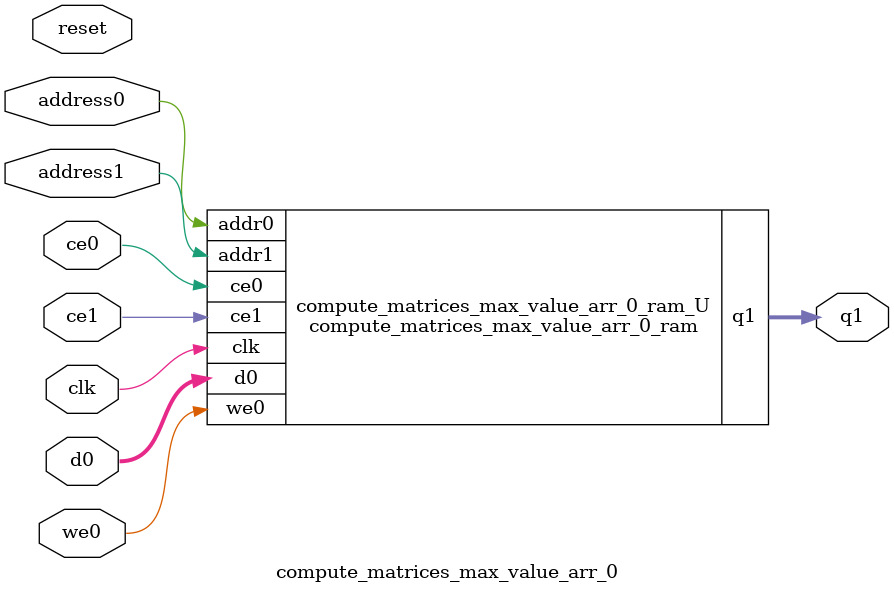
<source format=v>
`timescale 1 ns / 1 ps
module compute_matrices_max_value_arr_0_ram (addr0, ce0, d0, we0, addr1, ce1, q1,  clk);

parameter DWIDTH = 15;
parameter AWIDTH = 1;
parameter MEM_SIZE = 2;

input[AWIDTH-1:0] addr0;
input ce0;
input[DWIDTH-1:0] d0;
input we0;
input[AWIDTH-1:0] addr1;
input ce1;
output reg[DWIDTH-1:0] q1;
input clk;

(* ram_style = "block" *)reg [DWIDTH-1:0] ram[0:MEM_SIZE-1];




always @(posedge clk)  
begin 
    if (ce0) begin
        if (we0) 
            ram[addr0] <= d0; 
    end
end


always @(posedge clk)  
begin 
    if (ce1) begin
        q1 <= ram[addr1];
    end
end


endmodule

`timescale 1 ns / 1 ps
module compute_matrices_max_value_arr_0(
    reset,
    clk,
    address0,
    ce0,
    we0,
    d0,
    address1,
    ce1,
    q1);

parameter DataWidth = 32'd15;
parameter AddressRange = 32'd2;
parameter AddressWidth = 32'd1;
input reset;
input clk;
input[AddressWidth - 1:0] address0;
input ce0;
input we0;
input[DataWidth - 1:0] d0;
input[AddressWidth - 1:0] address1;
input ce1;
output[DataWidth - 1:0] q1;



compute_matrices_max_value_arr_0_ram compute_matrices_max_value_arr_0_ram_U(
    .clk( clk ),
    .addr0( address0 ),
    .ce0( ce0 ),
    .we0( we0 ),
    .d0( d0 ),
    .addr1( address1 ),
    .ce1( ce1 ),
    .q1( q1 ));

endmodule


</source>
